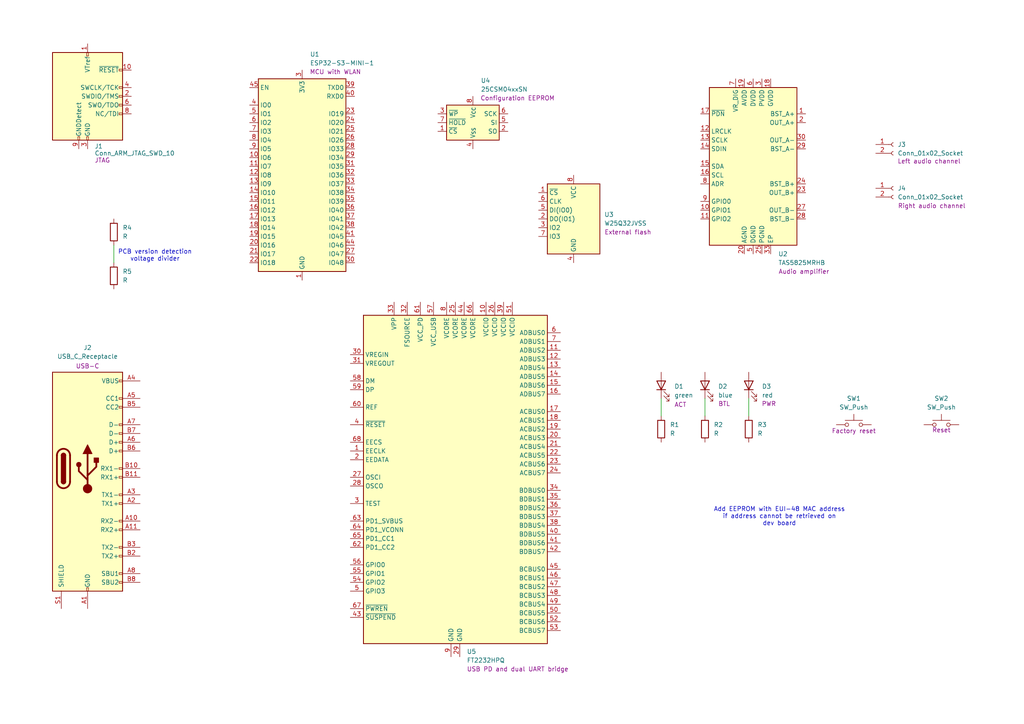
<source format=kicad_sch>
(kicad_sch (version 20231120) (generator "eeschema") (generator_version "8.0")
  (paper "A4")
  (title_block (title "soundbox"))
  (lib_symbols
    (symbol "Amplifier_Audio:TAS5825MRHB"
      (property "Reference" "U" (at -11.43 24.13 0))
      (property "Value" "TAS5825MRHB" (at 13.97 24.13 0))
      (symbol "TAS5825MRHB_0_1"
        (rectangle (start -12.7 22.86) (end 12.7 -22.86) (stroke (width 0.254)) (fill (type background)))
      )
      (symbol "TAS5825MRHB_1_1"
        (pin passive line (at 15.24 15.24 180) (length 2.54) (name "BST_A+") (number "1"))
        (pin bidirectional line (at -15.24 -12.7 0) (length 2.54) (name "GPIO1") (number "10"))
        (pin bidirectional line (at -15.24 -15.24 0) (length 2.54) (name "GPIO2") (number "11"))
        (pin input line (at -15.24 10.16 0) (length 2.54) (name "LRCLK") (number "12"))
        (pin input line (at -15.24 7.62 0) (length 2.54) (name "SCLK") (number "13"))
        (pin input line (at -15.24 5.08 0) (length 2.54) (name "SDIN") (number "14"))
        (pin bidirectional line (at -15.24 0 0) (length 2.54) (name "SDA") (number "15"))
        (pin input line (at -15.24 -2.54 0) (length 2.54) (name "SCL") (number "16"))
        (pin input line (at -15.24 15.24 0) (length 2.54) (name "~{PDN}") (number "17"))
        (pin passive line (at 5.08 25.4 270) (length 2.54) (name "GVDD") (number "18"))
        (pin passive line (at -2.54 25.4 270) (length 2.54) (name "AVDD") (number "19"))
        (pin output line (at 15.24 12.7 180) (length 2.54) (name "OUT_A+") (number "2"))
        (pin power_in line (at -2.54 -25.4 90) (length 2.54) (name "AGND") (number "20"))
        (pin passive line (at 2.54 25.4 270) (length 2.54) hide (name "PVDD") (number "21"))
        (pin passive line (at 2.54 25.4 270) (length 2.54) hide (name "PVDD") (number "22"))
        (pin output line (at 15.24 -7.62 180) (length 2.54) (name "OUT_B+") (number "23"))
        (pin passive line (at 15.24 -5.08 180) (length 2.54) (name "BST_B+") (number "24"))
        (pin power_in line (at 2.54 -25.4 90) (length 2.54) (name "PGND") (number "25"))
        (pin passive line (at 2.54 -25.4 90) (length 2.54) hide (name "PGND") (number "26"))
        (pin output line (at 15.24 -12.7 180) (length 2.54) (name "OUT_B-") (number "27"))
        (pin passive line (at 15.24 -15.24 180) (length 2.54) (name "BST_B-") (number "28"))
        (pin passive line (at 15.24 5.08 180) (length 2.54) (name "BST_A-") (number "29"))
        (pin power_in line (at 2.54 25.4 270) (length 2.54) (name "PVDD") (number "3"))
        (pin output line (at 15.24 7.62 180) (length 2.54) (name "OUT_A-") (number "30"))
        (pin passive line (at 2.54 -25.4 90) (length 2.54) hide (name "PGND") (number "31"))
        (pin passive line (at 2.54 -25.4 90) (length 2.54) hide (name "PGND") (number "32"))
        (pin passive line (at 5.08 -25.4 90) (length 2.54) (name "EP") (number "33"))
        (pin passive line (at 2.54 25.4 270) (length 2.54) hide (name "PVDD") (number "4"))
        (pin power_in line (at 0 -25.4 90) (length 2.54) (name "DGND") (number "5"))
        (pin power_in line (at 0 25.4 270) (length 2.54) (name "DVDD") (number "6"))
        (pin passive line (at -5.08 25.4 270) (length 2.54) (name "VR_DIG") (number "7"))
        (pin passive line (at -15.24 -5.08 0) (length 2.54) (name "ADR") (number "8"))
        (pin bidirectional line (at -15.24 -10.16 0) (length 2.54) (name "GPIO0") (number "9"))
      )
    )
    (symbol "Connector:Conn_01x02_Socket" (pin_names (offset 1.016) hide)
      (property "Reference" "J" (at 0 2.54 0))
      (property "Value" "Conn_01x02_Socket" (at 0 -5.08 0))
      (symbol "Conn_01x02_Socket_1_1"
        (arc (start 0 -2.032) (mid -0.5058 -2.54) (end 0 -3.048) (stroke (width 0.1524)))
        (polyline (pts (xy -1.27 -2.54) (xy -0.508 -2.54)) (stroke (width 0.1524)))
        (polyline (pts (xy -1.27 0) (xy -0.508 0)) (stroke (width 0.1524)))
        (arc (start 0 0.508) (mid -0.5058 0) (end 0 -0.508) (stroke (width 0.1524)))
        (pin passive line (at -5.08 0 0) (length 3.81) (name "Pin_1") (number "1"))
        (pin passive line (at -5.08 -2.54 0) (length 3.81) (name "Pin_2") (number "2"))
      )
    )
    (symbol "Connector:Conn_ARM_JTAG_SWD_10" (pin_names (offset 1.016))
      (property "Reference" "J" (at -2.54 16.51 0))
      (property "Value" "Conn_ARM_JTAG_SWD_10" (at -2.54 13.97 0))
      (symbol "Conn_ARM_JTAG_SWD_10_0_1"
        (rectangle (start -10.16 12.7) (end 10.16 -12.7) (stroke (width 0.254)) (fill (type background)))
        (rectangle (start -2.794 -12.7) (end -2.286 -11.684))
        (rectangle (start -0.254 -12.7) (end 0.254 -11.684))
        (rectangle (start -0.254 12.7) (end 0.254 11.684))
        (rectangle (start 9.144 2.286) (end 10.16 2.794))
        (rectangle (start 10.16 -2.794) (end 9.144 -2.286))
        (rectangle (start 10.16 -0.254) (end 9.144 0.254))
        (rectangle (start 10.16 7.874) (end 9.144 7.366))
      )
      (symbol "Conn_ARM_JTAG_SWD_10_1_1"
        (rectangle (start 9.144 -5.334) (end 10.16 -4.826))
        (pin power_in line (at 0 15.24 270) (length 2.54) (name "VTref") (number "1"))
        (pin open_collector line (at 12.7 7.62 180) (length 2.54) (name "~{RESET}") (number "10"))
        (pin bidirectional line (at 12.7 0 180) (length 2.54) (name "SWDIO/TMS") (number "2"))
        (pin power_in line (at 0 -15.24 90) (length 2.54) (name "GND") (number "3"))
        (pin output line (at 12.7 2.54 180) (length 2.54) (name "SWCLK/TCK") (number "4"))
        (pin passive line (at 0 -15.24 90) (length 2.54) hide (name "GND") (number "5"))
        (pin input line (at 12.7 -2.54 180) (length 2.54) (name "SWO/TDO") (number "6"))
        (pin no_connect line (at -10.16 0 0) (length 2.54) hide (name "KEY") (number "7"))
        (pin output line (at 12.7 -5.08 180) (length 2.54) (name "NC/TDI") (number "8"))
        (pin passive line (at -2.54 -15.24 90) (length 2.54) (name "GNDDetect") (number "9"))
      )
    )
    (symbol "Connector:USB_C_Receptacle" (pin_names (offset 1.016))
      (property "Reference" "J" (at -10.16 29.21 0))
      (property "Value" "USB_C_Receptacle" (at 10.16 29.21 0))
      (symbol "USB_C_Receptacle_0_0"
        (rectangle (start -0.254 -35.56) (end 0.254 -34.544))
        (rectangle (start 10.16 -32.766) (end 9.144 -33.274))
        (rectangle (start 10.16 -30.226) (end 9.144 -30.734))
        (rectangle (start 10.16 -25.146) (end 9.144 -25.654))
        (rectangle (start 10.16 -22.606) (end 9.144 -23.114))
        (rectangle (start 10.16 -17.526) (end 9.144 -18.034))
        (rectangle (start 10.16 -14.986) (end 9.144 -15.494))
        (rectangle (start 10.16 -9.906) (end 9.144 -10.414))
        (rectangle (start 10.16 -7.366) (end 9.144 -7.874))
        (rectangle (start 10.16 -2.286) (end 9.144 -2.794))
        (rectangle (start 10.16 0.254) (end 9.144 -0.254))
        (rectangle (start 10.16 5.334) (end 9.144 4.826))
        (rectangle (start 10.16 7.874) (end 9.144 7.366))
        (rectangle (start 10.16 10.414) (end 9.144 9.906))
        (rectangle (start 10.16 12.954) (end 9.144 12.446))
        (rectangle (start 10.16 18.034) (end 9.144 17.526))
        (rectangle (start 10.16 20.574) (end 9.144 20.066))
        (rectangle (start 10.16 25.654) (end 9.144 25.146))
      )
      (symbol "USB_C_Receptacle_0_1"
        (rectangle (start -10.16 27.94) (end 10.16 -35.56) (stroke (width 0.254)) (fill (type background)))
        (arc (start -8.89 -3.81) (mid -6.985 -5.7067) (end -5.08 -3.81) (stroke (width 0.508)))
        (arc (start -7.62 -3.81) (mid -6.985 -4.4423) (end -6.35 -3.81) (stroke (width 0.254)))
        (arc (start -7.62 -3.81) (mid -6.985 -4.4423) (end -6.35 -3.81) (stroke (width 0.254)) (fill (type outline)))
        (rectangle (start -7.62 -3.81) (end -6.35 3.81) (stroke (width 0.254)) (fill (type outline)))
        (arc (start -6.35 3.81) (mid -6.985 4.4423) (end -7.62 3.81) (stroke (width 0.254)))
        (arc (start -6.35 3.81) (mid -6.985 4.4423) (end -7.62 3.81) (stroke (width 0.254)) (fill (type outline)))
        (arc (start -5.08 3.81) (mid -6.985 5.7067) (end -8.89 3.81) (stroke (width 0.508)))
        (polyline (pts (xy -8.89 -3.81) (xy -8.89 3.81)) (stroke (width 0.508)))
        (polyline (pts (xy -5.08 3.81) (xy -5.08 -3.81)) (stroke (width 0.508)))
      )
      (symbol "USB_C_Receptacle_1_1"
        (circle (center -2.54 1.143) (radius 0.635) (stroke (width 0.254)) (fill (type outline)))
        (circle (center 0 -5.842) (radius 1.27) (fill (type outline)))
        (polyline (pts (xy 0 -5.842) (xy 0 4.318)) (stroke (width 0.508)))
        (polyline (pts (xy 0 -3.302) (xy -2.54 -0.762) (xy -2.54 0.508)) (stroke (width 0.508)))
        (polyline (pts (xy 0 -2.032) (xy 2.54 0.508) (xy 2.54 1.778)) (stroke (width 0.508)))
        (polyline (pts (xy -1.27 4.318) (xy 0 6.858) (xy 1.27 4.318) (xy -1.27 4.318)) (stroke (width 0.254)) (fill (type outline)))
        (rectangle (start 1.905 1.778) (end 3.175 3.048) (stroke (width 0.254)) (fill (type outline)))
        (pin passive line (at 0 -40.64 90) (length 5.08) (name "GND") (number "A1"))
        (pin bidirectional line (at 15.24 -15.24 180) (length 5.08) (name "RX2-") (number "A10"))
        (pin bidirectional line (at 15.24 -17.78 180) (length 5.08) (name "RX2+") (number "A11"))
        (pin passive line (at 0 -40.64 90) (length 5.08) hide (name "GND") (number "A12"))
        (pin bidirectional line (at 15.24 -10.16 180) (length 5.08) (name "TX1+") (number "A2"))
        (pin bidirectional line (at 15.24 -7.62 180) (length 5.08) (name "TX1-") (number "A3"))
        (pin passive line (at 15.24 25.4 180) (length 5.08) (name "VBUS") (number "A4"))
        (pin bidirectional line (at 15.24 20.32 180) (length 5.08) (name "CC1") (number "A5"))
        (pin bidirectional line (at 15.24 7.62 180) (length 5.08) (name "D+") (number "A6"))
        (pin bidirectional line (at 15.24 12.7 180) (length 5.08) (name "D-") (number "A7"))
        (pin bidirectional line (at 15.24 -30.48 180) (length 5.08) (name "SBU1") (number "A8"))
        (pin passive line (at 15.24 25.4 180) (length 5.08) hide (name "VBUS") (number "A9"))
        (pin passive line (at 0 -40.64 90) (length 5.08) hide (name "GND") (number "B1"))
        (pin bidirectional line (at 15.24 0 180) (length 5.08) (name "RX1-") (number "B10"))
        (pin bidirectional line (at 15.24 -2.54 180) (length 5.08) (name "RX1+") (number "B11"))
        (pin passive line (at 0 -40.64 90) (length 5.08) hide (name "GND") (number "B12"))
        (pin bidirectional line (at 15.24 -25.4 180) (length 5.08) (name "TX2+") (number "B2"))
        (pin bidirectional line (at 15.24 -22.86 180) (length 5.08) (name "TX2-") (number "B3"))
        (pin passive line (at 15.24 25.4 180) (length 5.08) hide (name "VBUS") (number "B4"))
        (pin bidirectional line (at 15.24 17.78 180) (length 5.08) (name "CC2") (number "B5"))
        (pin bidirectional line (at 15.24 5.08 180) (length 5.08) (name "D+") (number "B6"))
        (pin bidirectional line (at 15.24 10.16 180) (length 5.08) (name "D-") (number "B7"))
        (pin bidirectional line (at 15.24 -33.02 180) (length 5.08) (name "SBU2") (number "B8"))
        (pin passive line (at 15.24 25.4 180) (length 5.08) hide (name "VBUS") (number "B9"))
        (pin passive line (at -7.62 -40.64 90) (length 5.08) (name "SHIELD") (number "S1"))
      )
    )
    (symbol "Device:LED" (pin_numbers hide) (pin_names (offset 1.016) hide)
      (property "Reference" "D" (at 0 2.54 0))
      (property "Value" "LED" (at 0 -2.54 0))
      (symbol "LED_0_1"
        (polyline (pts (xy -1.27 -1.27) (xy -1.27 1.27)) (stroke (width 0.254)))
        (polyline (pts (xy -1.27 0) (xy 1.27 0)))
        (polyline (pts (xy 1.27 -1.27) (xy 1.27 1.27) (xy -1.27 0) (xy 1.27 -1.27)) (stroke (width 0.254)))
        (polyline (pts (xy -3.048 -0.762) (xy -4.572 -2.286) (xy -3.81 -2.286) (xy -4.572 -2.286) (xy -4.572 -1.524)))
        (polyline (pts (xy -1.778 -0.762) (xy -3.302 -2.286) (xy -2.54 -2.286) (xy -3.302 -2.286) (xy -3.302 -1.524)))
      )
      (symbol "LED_1_1"
        (pin passive line (at -3.81 0 0) (length 2.54) (name "K") (number "1"))
        (pin passive line (at 3.81 0 180) (length 2.54) (name "A") (number "2"))
      )
    )
    (symbol "Device:R" (pin_numbers hide) (pin_names (offset 0))
      (property "Reference" "R" (at 2.032 0 90))
      (property "Value" "R" (at 0 0 90))
      (symbol "R_0_1"
        (rectangle (start -1.016 -2.54) (end 1.016 2.54) (stroke (width 0.254)))
      )
      (symbol "R_1_1"
        (pin passive line (at 0 3.81 270) (length 1.27) (name "~") (number "1"))
        (pin passive line (at 0 -3.81 90) (length 1.27) (name "~") (number "2"))
      )
    )
    (symbol "Memory_EEPROM:25CSM04xxSN"
      (property "Reference" "U3" (at 1.9559 8.89 0))
      (property "Value" "25CSM04xxSN" (at 1.9559 6.35 0))
      (symbol "25CSM04xxSN_1_1"
        (rectangle (start -7.62 5.08) (end 7.62 -5.08) (stroke (width 0.254)) (fill (type background)))
        (pin input line (at -10.16 -2.54 0) (length 2.54) (name "~{CS}") (number "1"))
        (pin tri_state line (at 10.16 -2.54 180) (length 2.54) (name "SO") (number "2"))
        (pin input line (at -10.16 2.54 0) (length 2.54) (name "~{WP}") (number "3"))
        (pin power_in line (at 0 -7.62 90) (length 2.54) (name "V_{SS}") (number "4"))
        (pin input line (at 10.16 0 180) (length 2.54) (name "SI") (number "5"))
        (pin input line (at 10.16 2.54 180) (length 2.54) (name "SCK") (number "6"))
        (pin input line (at -10.16 0 0) (length 2.54) (name "~{HOLD}") (number "7"))
        (pin power_in line (at 0 7.62 270) (length 2.54) (name "V_{CC}") (number "8"))
      )
    )
    (symbol "Memory_Flash:W25Q32JVSS"
      (property "Reference" "U" (at -6.35 11.43 0))
      (property "Value" "W25Q32JVSS" (at 7.62 11.43 0))
      (symbol "W25Q32JVSS_0_1"
        (rectangle (start -7.62 10.16) (end 7.62 -10.16) (stroke (width 0.254)) (fill (type background)))
      )
      (symbol "W25Q32JVSS_1_1"
        (pin input line (at -10.16 7.62 0) (length 2.54) (name "~{CS}") (number "1"))
        (pin bidirectional line (at -10.16 0 0) (length 2.54) (name "DO(IO1)") (number "2"))
        (pin bidirectional line (at -10.16 -2.54 0) (length 2.54) (name "IO2") (number "3"))
        (pin power_in line (at 0 -12.7 90) (length 2.54) (name "GND") (number "4"))
        (pin bidirectional line (at -10.16 2.54 0) (length 2.54) (name "DI(IO0)") (number "5"))
        (pin input line (at -10.16 5.08 0) (length 2.54) (name "CLK") (number "6"))
        (pin bidirectional line (at -10.16 -5.08 0) (length 2.54) (name "IO3") (number "7"))
        (pin power_in line (at 0 12.7 270) (length 2.54) (name "VCC") (number "8"))
      )
    )
    (symbol "RF_Module:ESP32-S3-MINI-1"
      (property "Reference" "U" (at -11.43 29.21 0))
      (property "Value" "ESP32-S3-MINI-1" (at 12.7 29.21 0))
      (symbol "ESP32-S3-MINI-1_0_1"
        (rectangle (start -12.7 27.94) (end 12.7 -27.94) (stroke (width 0.254)) (fill (type background)))
      )
      (symbol "ESP32-S3-MINI-1_1_1"
        (pin power_in line (at 0 -30.48 90) (length 2.54) (name "GND") (number "1"))
        (pin bidirectional line (at -15.24 5.08 0) (length 2.54) (name "IO6") (number "10"))
        (pin bidirectional line (at -15.24 2.54 0) (length 2.54) (name "IO7") (number "11"))
        (pin bidirectional line (at -15.24 0 0) (length 2.54) (name "IO8") (number "12"))
        (pin bidirectional line (at -15.24 -2.54 0) (length 2.54) (name "IO9") (number "13"))
        (pin bidirectional line (at -15.24 -5.08 0) (length 2.54) (name "IO10") (number "14"))
        (pin bidirectional line (at -15.24 -7.62 0) (length 2.54) (name "IO11") (number "15"))
        (pin bidirectional line (at -15.24 -10.16 0) (length 2.54) (name "IO12") (number "16"))
        (pin bidirectional line (at -15.24 -12.7 0) (length 2.54) (name "IO13") (number "17"))
        (pin bidirectional line (at -15.24 -15.24 0) (length 2.54) (name "IO14") (number "18"))
        (pin bidirectional line (at -15.24 -17.78 0) (length 2.54) (name "IO15") (number "19"))
        (pin passive line (at 0 -30.48 90) (length 2.54) hide (name "GND") (number "2"))
        (pin bidirectional line (at -15.24 -20.32 0) (length 2.54) (name "IO16") (number "20"))
        (pin bidirectional line (at -15.24 -22.86 0) (length 2.54) (name "IO17") (number "21"))
        (pin bidirectional line (at -15.24 -25.4 0) (length 2.54) (name "IO18") (number "22"))
        (pin bidirectional line (at 15.24 17.78 180) (length 2.54) (name "IO19") (number "23"))
        (pin bidirectional line (at 15.24 15.24 180) (length 2.54) (name "IO20") (number "24"))
        (pin bidirectional line (at 15.24 12.7 180) (length 2.54) (name "IO21") (number "25"))
        (pin bidirectional line (at 15.24 10.16 180) (length 2.54) (name "IO26") (number "26"))
        (pin bidirectional line (at 15.24 -22.86 180) (length 2.54) (name "IO47") (number "27"))
        (pin bidirectional line (at 15.24 7.62 180) (length 2.54) (name "IO33") (number "28"))
        (pin bidirectional line (at 15.24 5.08 180) (length 2.54) (name "IO34") (number "29"))
        (pin power_in line (at 0 30.48 270) (length 2.54) (name "3V3") (number "3"))
        (pin bidirectional line (at 15.24 -25.4 180) (length 2.54) (name "IO48") (number "30"))
        (pin bidirectional line (at 15.24 2.54 180) (length 2.54) (name "IO35") (number "31"))
        (pin bidirectional line (at 15.24 0 180) (length 2.54) (name "IO36") (number "32"))
        (pin bidirectional line (at 15.24 -2.54 180) (length 2.54) (name "IO37") (number "33"))
        (pin bidirectional line (at 15.24 -5.08 180) (length 2.54) (name "IO38") (number "34"))
        (pin bidirectional line (at 15.24 -7.62 180) (length 2.54) (name "IO39") (number "35"))
        (pin bidirectional line (at 15.24 -10.16 180) (length 2.54) (name "IO40") (number "36"))
        (pin bidirectional line (at 15.24 -12.7 180) (length 2.54) (name "IO41") (number "37"))
        (pin bidirectional line (at 15.24 -15.24 180) (length 2.54) (name "IO42") (number "38"))
        (pin bidirectional line (at 15.24 25.4 180) (length 2.54) (name "TXD0") (number "39"))
        (pin bidirectional line (at -15.24 20.32 0) (length 2.54) (name "IO0") (number "4"))
        (pin bidirectional line (at 15.24 22.86 180) (length 2.54) (name "RXD0") (number "40"))
        (pin bidirectional line (at 15.24 -17.78 180) (length 2.54) (name "IO45") (number "41"))
        (pin passive line (at 0 -30.48 90) (length 2.54) hide (name "GND") (number "42"))
        (pin passive line (at 0 -30.48 90) (length 2.54) hide (name "GND") (number "43"))
        (pin bidirectional line (at 15.24 -20.32 180) (length 2.54) (name "IO46") (number "44"))
        (pin input line (at -15.24 25.4 0) (length 2.54) (name "EN") (number "45"))
        (pin passive line (at 0 -30.48 90) (length 2.54) hide (name "GND") (number "46"))
        (pin passive line (at 0 -30.48 90) (length 2.54) hide (name "GND") (number "47"))
        (pin passive line (at 0 -30.48 90) (length 2.54) hide (name "GND") (number "48"))
        (pin passive line (at 0 -30.48 90) (length 2.54) hide (name "GND") (number "49"))
        (pin bidirectional line (at -15.24 17.78 0) (length 2.54) (name "IO1") (number "5"))
        (pin passive line (at 0 -30.48 90) (length 2.54) hide (name "GND") (number "50"))
        (pin passive line (at 0 -30.48 90) (length 2.54) hide (name "GND") (number "51"))
        (pin passive line (at 0 -30.48 90) (length 2.54) hide (name "GND") (number "52"))
        (pin passive line (at 0 -30.48 90) (length 2.54) hide (name "GND") (number "53"))
        (pin passive line (at 0 -30.48 90) (length 2.54) hide (name "GND") (number "54"))
        (pin passive line (at 0 -30.48 90) (length 2.54) hide (name "GND") (number "55"))
        (pin passive line (at 0 -30.48 90) (length 2.54) hide (name "GND") (number "56"))
        (pin passive line (at 0 -30.48 90) (length 2.54) hide (name "GND") (number "57"))
        (pin passive line (at 0 -30.48 90) (length 2.54) hide (name "GND") (number "58"))
        (pin passive line (at 0 -30.48 90) (length 2.54) hide (name "GND") (number "59"))
        (pin bidirectional line (at -15.24 15.24 0) (length 2.54) (name "IO2") (number "6"))
        (pin passive line (at 0 -30.48 90) (length 2.54) hide (name "GND") (number "60"))
        (pin passive line (at 0 -30.48 90) (length 2.54) hide (name "GND") (number "61"))
        (pin passive line (at 0 -30.48 90) (length 2.54) hide (name "GND") (number "62"))
        (pin passive line (at 0 -30.48 90) (length 2.54) hide (name "GND") (number "63"))
        (pin passive line (at 0 -30.48 90) (length 2.54) hide (name "GND") (number "64"))
        (pin passive line (at 0 -30.48 90) (length 2.54) hide (name "GND") (number "65"))
        (pin bidirectional line (at -15.24 12.7 0) (length 2.54) (name "IO3") (number "7"))
        (pin bidirectional line (at -15.24 10.16 0) (length 2.54) (name "IO4") (number "8"))
        (pin bidirectional line (at -15.24 7.62 0) (length 2.54) (name "IO5") (number "9"))
      )
    )
    (symbol "Switch:SW_Push" (pin_numbers hide) (pin_names (offset 1.016) hide)
      (property "Reference" "SW" (at 1.27 2.54 0))
      (property "Value" "SW_Push" (at 0 -1.524 0))
      (symbol "SW_Push_0_1"
        (circle (center -2.032 0) (radius 0.508))
        (polyline (pts (xy 0 1.27) (xy 0 3.048)))
        (polyline (pts (xy 2.54 1.27) (xy -2.54 1.27)))
        (circle (center 2.032 0) (radius 0.508))
        (pin passive line (at -5.08 0 0) (length 2.54) (name "1") (number "1"))
        (pin passive line (at 5.08 0 180) (length 2.54) (name "2") (number "2"))
      )
    )
    (symbol "xengineering:FT2232HPQ"
      (property "Reference" "U" (at 20.828 52.07 0))
      (property "Value" "FT2232HPQ" (at 25.654 49.53 0))
      (symbol "FT2232HPQ_0_1"
        (rectangle (start -26.67 46.99) (end 26.67 -48.26) (stroke (width 0.254)) (fill (type background)))
      )
      (symbol "FT2232HPQ_1_1"
        (pin output line (at -30.48 7.62 0) (length 3.81) (name "EECLK") (number "1"))
        (pin input line (at 8.89 50.8 270) (length 3.81) (name "VCCIO") (number "10"))
        (pin bidirectional line (at 30.48 36.83 180) (length 3.81) (name "ADBUS2") (number "11"))
        (pin bidirectional line (at 30.48 34.29 180) (length 3.81) (name "ADBUS3") (number "12"))
        (pin bidirectional line (at 30.48 31.75 180) (length 3.81) (name "ADBUS4") (number "13"))
        (pin bidirectional line (at 30.48 29.21 180) (length 3.81) (name "ADBUS5") (number "14"))
        (pin bidirectional line (at 30.48 26.67 180) (length 3.81) (name "ADBUS6") (number "15"))
        (pin bidirectional line (at 30.48 24.13 180) (length 3.81) (name "ADBUS7") (number "16"))
        (pin bidirectional line (at 30.48 19.05 180) (length 3.81) (name "ACBUS0") (number "17"))
        (pin bidirectional line (at 30.48 16.51 180) (length 3.81) (name "ACBUS1") (number "18"))
        (pin bidirectional line (at 30.48 13.97 180) (length 3.81) (name "ACBUS2") (number "19"))
        (pin bidirectional line (at -30.48 5.08 0) (length 3.81) (name "EEDATA") (number "2"))
        (pin bidirectional line (at 30.48 11.43 180) (length 3.81) (name "ACBUS3") (number "20"))
        (pin bidirectional line (at 30.48 8.89 180) (length 3.81) (name "ACBUS4") (number "21"))
        (pin bidirectional line (at 30.48 6.35 180) (length 3.81) (name "ACBUS5") (number "22"))
        (pin bidirectional line (at 30.48 3.81 180) (length 3.81) (name "ACBUS6") (number "23"))
        (pin bidirectional line (at 30.48 1.27 180) (length 3.81) (name "ACBUS7") (number "24"))
        (pin input line (at 0 50.8 270) (length 3.81) (name "VCORE") (number "25"))
        (pin input line (at 11.43 50.8 270) (length 3.81) (name "VCCIO") (number "26"))
        (pin input line (at -30.48 0 0) (length 3.81) (name "OSCI") (number "27"))
        (pin output line (at -30.48 -2.54 0) (length 3.81) (name "OSCO") (number "28"))
        (pin input line (at 1.27 -52.07 90) (length 3.81) (name "GND") (number "29"))
        (pin input line (at -30.48 -7.62 0) (length 3.81) (name "TEST") (number "3"))
        (pin input line (at -30.48 35.56 0) (length 3.81) (name "VREGIN") (number "30"))
        (pin output line (at -30.48 33.02 0) (length 3.81) (name "VREGOUT") (number "31"))
        (pin input line (at -13.97 50.8 270) (length 3.81) (name "FSOURCE") (number "32"))
        (pin input line (at -17.78 50.8 270) (length 3.81) (name "VPP") (number "33"))
        (pin bidirectional line (at 30.48 -3.81 180) (length 3.81) (name "BDBUS0") (number "34"))
        (pin bidirectional line (at 30.48 -6.35 180) (length 3.81) (name "BDBUS1") (number "35"))
        (pin bidirectional line (at 30.48 -8.89 180) (length 3.81) (name "BDBUS2") (number "36"))
        (pin bidirectional line (at 30.48 -11.43 180) (length 3.81) (name "BDBUS3") (number "37"))
        (pin bidirectional line (at 30.48 -13.97 180) (length 3.81) (name "BDBUS4") (number "38"))
        (pin input line (at 13.97 50.8 270) (length 3.81) (name "VCCIO") (number "39"))
        (pin input line (at -30.48 15.24 0) (length 3.81) (name "~{RESET}") (number "4"))
        (pin bidirectional line (at 30.48 -16.51 180) (length 3.81) (name "BDBUS5") (number "40"))
        (pin bidirectional line (at 30.48 -19.05 180) (length 3.81) (name "BDBUS6") (number "41"))
        (pin bidirectional line (at 30.48 -21.59 180) (length 3.81) (name "BDBUS7") (number "42"))
        (pin output line (at -30.48 -40.64 0) (length 3.81) (name "~{SUSPEND}") (number "43"))
        (pin input line (at 2.54 50.8 270) (length 3.81) (name "VCORE") (number "44"))
        (pin bidirectional line (at 30.48 -26.67 180) (length 3.81) (name "BCBUS0") (number "45"))
        (pin bidirectional line (at 30.48 -29.21 180) (length 3.81) (name "BCBUS1") (number "46"))
        (pin bidirectional line (at 30.48 -31.75 180) (length 3.81) (name "BCBUS2") (number "47"))
        (pin bidirectional line (at 30.48 -34.29 180) (length 3.81) (name "BCBUS3") (number "48"))
        (pin bidirectional line (at 30.48 -36.83 180) (length 3.81) (name "BCBUS4") (number "49"))
        (pin bidirectional line (at -30.48 -33.02 0) (length 3.81) (name "GPIO3") (number "5"))
        (pin bidirectional line (at 30.48 -39.37 180) (length 3.81) (name "BCBUS5") (number "50"))
        (pin input line (at 16.51 50.8 270) (length 3.81) (name "VCCIO") (number "51"))
        (pin bidirectional line (at 30.48 -41.91 180) (length 3.81) (name "BCBUS6") (number "52"))
        (pin bidirectional line (at 30.48 -44.45 180) (length 3.81) (name "BCBUS7") (number "53"))
        (pin bidirectional line (at -30.48 -30.48 0) (length 3.81) (name "GPIO2") (number "54"))
        (pin bidirectional line (at -30.48 -27.94 0) (length 3.81) (name "GPIO1") (number "55"))
        (pin bidirectional line (at -30.48 -25.4 0) (length 3.81) (name "GPIO0") (number "56"))
        (pin input line (at -6.35 50.8 270) (length 3.81) (name "VCC_USB") (number "57"))
        (pin bidirectional line (at -30.48 27.94 0) (length 3.81) (name "DM") (number "58"))
        (pin bidirectional line (at -30.48 25.4 0) (length 3.81) (name "DP") (number "59"))
        (pin bidirectional line (at 30.48 41.91 180) (length 3.81) (name "ADBUS0") (number "6"))
        (pin input line (at -30.48 20.32 0) (length 3.81) (name "REF") (number "60"))
        (pin input line (at -10.16 50.8 270) (length 3.81) (name "VCC_PD") (number "61"))
        (pin bidirectional line (at -30.48 -20.32 0) (length 3.81) (name "PD1_CC2") (number "62"))
        (pin input line (at -30.48 -12.7 0) (length 3.81) (name "PD1_SVBUS") (number "63"))
        (pin input line (at -30.48 -15.24 0) (length 3.81) (name "PD1_VCONN") (number "64"))
        (pin bidirectional line (at -30.48 -17.78 0) (length 3.81) (name "PD1_CC1") (number "65"))
        (pin input line (at 5.08 50.8 270) (length 3.81) (name "VCORE") (number "66"))
        (pin output line (at -30.48 -38.1 0) (length 3.81) (name "~{PWREN}") (number "67"))
        (pin bidirectional line (at -30.48 10.16 0) (length 3.81) (name "EECS") (number "68"))
        (pin bidirectional line (at 30.48 39.37 180) (length 3.81) (name "ADBUS1") (number "7"))
        (pin input line (at -2.54 50.8 270) (length 3.81) (name "VCORE") (number "8"))
        (pin input line (at -1.27 -52.07 90) (length 3.81) (name "GND") (number "9"))
      )
    )
  )
  (wire (pts (xy 191.77 115.57) (xy 191.77 120.65)))
  (wire (pts (xy 33.02 71.12) (xy 33.02 76.2)))
  (wire (pts (xy 204.47 115.57) (xy 204.47 120.65)))
  (wire (pts (xy 217.17 115.57) (xy 217.17 120.65)))
  (text "Add EEPROM with EUI-48 MAC address\nif address cannot be retrieved on\ndev board" (at 226.06 149.86 0) (effects (font (size 1.27 1.27))))
  (text "PCB version detection\nvoltage divider" (at 44.958 74.168 0) (effects (font (size 1.27 1.27))))
  (symbol (lib_id "RF_Module:ESP32-S3-MINI-1") (at 87.63 50.8 0) (unit 1)
    (property "Reference" "U1" (at 89.916 15.748 0) (effects (justify left)))
    (property "Value" "ESP32-S3-MINI-1" (at 89.916 18.288 0) (effects (justify left)))
    (property "Footprint" "RF_Module:ESP32-S2-MINI-1" (effects (hide yes)))
    (property "Datasheet" "https://www.espressif.com/sites/default/files/documentation/esp32-s3-mini-1_mini-1u_datasheet_en.pdf" (effects (hide yes)))
    (property "Description" "MCU with WLAN" (at 97.282 20.828 0))
    (property "MPN" "ESP32-S3-MINI-1-N8" (effects (hide yes)))
    (property "Manufacturer" "Espressif Systems" (effects (hide yes)))
  )
  (symbol (lib_id "Memory_Flash:W25Q32JVSS") (at 166.37 63.5 0) (unit 1)
    (property "Reference" "U3" (at 175.26 62.2299 0) (effects (justify left)))
    (property "Value" "W25Q32JVSS" (at 175.26 64.7699 0) (effects (justify left)))
    (property "Footprint" "Package_SO:SOIC-8_5.23x5.23mm_P1.27mm" (effects (hide yes)))
    (property "Datasheet" "http://www.winbond.com/resource-files/w25q32jv%20revg%2003272018%20plus.pdf" (effects (hide yes)))
    (property "Description" "External flash" (at 182.118 67.31 0))
  )
  (symbol (lib_id "Connector:Conn_ARM_JTAG_SWD_10") (at 25.4 27.94 0) (unit 1)
    (property "Reference" "J1" (at 27.432 42.418 0) (effects (justify left)))
    (property "Value" "Conn_ARM_JTAG_SWD_10" (at 27.432 44.45 0) (effects (justify left)))
    (property "Datasheet" "http://infocenter.arm.com/help/topic/com.arm.doc.ddi0314h/DDI0314H_coresight_components_trm.pdf" (effects (hide yes)))
    (property "Description" "JTAG" (at 27.432 46.482 0) (effects (justify left)))
  )
  (symbol (lib_id "Switch:SW_Push") (at 273.05 123.19 0) (unit 1)
    (property "Reference" "SW2" (at 273.05 115.57 0))
    (property "Value" "SW_Push" (at 273.05 118.11 0))
    (property "Footprint" "Button_Switch_SMD:SW_SPST_TL3305A" (effects (hide yes)))
    (property "Description" "Reset" (at 273.05 124.714 0))
  )
  (symbol (lib_id "Connector:Conn_01x02_Socket") (at 259.08 54.61 0) (unit 1)
    (property "Reference" "J4" (at 260.35 54.6099 0) (effects (justify left)))
    (property "Value" "Conn_01x02_Socket" (at 260.35 57.1499 0) (effects (justify left)))
    (property "Description" "Right audio channel" (at 270.256 59.69 0))
  )
  (symbol (lib_id "Connector:Conn_01x02_Socket") (at 259.08 41.91 0) (unit 1)
    (property "Reference" "J3" (at 260.35 41.9099 0) (effects (justify left)))
    (property "Value" "Conn_01x02_Socket" (at 260.35 44.4499 0) (effects (justify left)))
    (property "Description" "Left audio channel" (at 269.494 46.736 0))
  )
  (symbol (lib_id "Device:R") (at 217.17 124.46 0) (unit 1)
    (property "Reference" "R3" (at 219.71 123.1899 0) (effects (justify left)))
    (property "Value" "R" (at 219.71 125.7299 0) (effects (justify left)))
    (property "Description" "Resistor" (effects (hide yes)))
  )
  (symbol (lib_id "Connector:USB_C_Receptacle") (at 25.4 135.89 0) (unit 1)
    (property "Reference" "J2" (at 25.4 100.838 0))
    (property "Value" "USB_C_Receptacle" (at 25.4 103.378 0))
    (property "Datasheet" "https://cdn.amphenol-cs.com/media/wysiwyg/files/documentation/datasheet/inputoutput/io_usb_3_2_type_c.pdf" (effects (hide yes)))
    (property "Description" "USB-C" (at 25.4 106.172 0))
    (property "MPN" "12401610E4#2A" (effects (hide yes)))
    (property "Manufacturer" "Amphenol ICC" (effects (hide yes)))
  )
  (symbol (lib_id "Switch:SW_Push") (at 247.65 123.19 0) (unit 1)
    (property "Reference" "SW1" (at 247.65 115.57 0))
    (property "Value" "SW_Push" (at 247.65 118.11 0))
    (property "Footprint" "Button_Switch_SMD:SW_SPST_TL3305A" (effects (hide yes)))
    (property "Description" "Factory reset" (at 247.65 124.968 0))
  )
  (symbol (lib_id "Memory_EEPROM:25CSM04xxSN") (at 137.16 35.56 0) (unit 1)
    (property "Reference" "U4" (at 139.446 23.368 0) (effects (justify left)))
    (property "Value" "25CSM04xxSN" (at 139.446 25.908 0) (effects (justify left)))
    (property "Footprint" "Package_SO:SOIC-8_3.9x4.9mm_P1.27mm" (effects (hide yes)))
    (property "Datasheet" "https://ww1.microchip.com/downloads/aemDocuments/documents/MPD/ProductDocuments/DataSheets/25CSM04-4-Mbit-SPI-Serial-EEPROM-With-128-Bit-Serial-Number-and-Enhanced-Write-Protection-20005817C.pdf" (effects (hide yes)))
    (property "Description" "Configuration EEPROM" (at 150.114 28.448 0))
  )
  (symbol (lib_id "Device:R") (at 204.47 124.46 0) (unit 1)
    (property "Reference" "R2" (at 207.01 123.1899 0) (effects (justify left)))
    (property "Value" "R" (at 207.01 125.7299 0) (effects (justify left)))
    (property "Description" "Resistor" (effects (hide yes)))
  )
  (symbol (lib_id "Amplifier_Audio:TAS5825MRHB") (at 218.44 48.26 0) (unit 1)
    (property "Reference" "U2" (at 225.7141 73.66 0) (effects (justify left)))
    (property "Value" "TAS5825MRHB" (at 225.7141 76.2 0) (effects (justify left)))
    (property "Footprint" "Package_DFN_QFN:VQFN-32-1EP_5x5mm_P0.5mm_EP3.1x3.1mm" (effects (hide yes)))
    (property "Datasheet" "www.ti.com/lit/ds/symlink/tas5825m.pdf" (effects (hide yes)))
    (property "Description" "Audio amplifier" (at 233.172 78.74 0))
  )
  (symbol (lib_id "xengineering:FT2232HPQ") (at 132.08 138.43 0) (unit 1)
    (property "Reference" "U5" (at 135.382 188.976 0) (effects (justify left)))
    (property "Value" "FT2232HPQ" (at 135.382 191.516 0) (effects (justify left)))
    (property "Datasheet" "https://ftdichip.com/wp-content/uploads/2024/09/DS_FT2233HP.pdf" (effects (hide yes)))
    (property "Description" "USB PD and dual UART bridge" (at 135.382 194.056 0) (effects (justify left)))
  )
  (symbol (lib_id "Device:R") (at 33.02 80.01 0) (unit 1)
    (property "Reference" "R5" (at 35.56 78.7399 0) (effects (justify left)))
    (property "Value" "R" (at 35.56 81.2799 0) (effects (justify left)))
    (property "Description" "Resistor" (effects (hide yes)))
  )
  (symbol (lib_id "Device:LED") (at 191.77 111.76 90) (unit 1)
    (property "Reference" "D1" (at 195.58 112.0774 90) (effects (justify right)))
    (property "Value" "green" (at 195.58 114.6174 90) (effects (justify right)))
    (property "Description" "ACT" (at 197.358 117.348 90))
  )
  (symbol (lib_id "Device:R") (at 33.02 67.31 0) (unit 1)
    (property "Reference" "R4" (at 35.56 66.0399 0) (effects (justify left)))
    (property "Value" "R" (at 35.56 68.5799 0) (effects (justify left)))
    (property "Description" "Resistor" (effects (hide yes)))
  )
  (symbol (lib_id "Device:R") (at 191.77 124.46 0) (unit 1)
    (property "Reference" "R1" (at 194.31 123.1899 0) (effects (justify left)))
    (property "Value" "R" (at 194.31 125.7299 0) (effects (justify left)))
    (property "Description" "Resistor" (effects (hide yes)))
  )
  (symbol (lib_id "Device:LED") (at 217.17 111.76 90) (unit 1)
    (property "Reference" "D3" (at 220.98 112.0774 90) (effects (justify right)))
    (property "Value" "red" (at 220.98 114.6174 90) (effects (justify right)))
    (property "Description" "PWR" (at 223.012 117.094 90))
  )
  (symbol (lib_id "Device:LED") (at 204.47 111.76 90) (unit 1)
    (property "Reference" "D2" (at 208.28 112.0774 90) (effects (justify right)))
    (property "Value" "blue" (at 208.28 114.6174 90) (effects (justify right)))
    (property "Description" "BTL" (at 210.058 117.094 90))
  )
)
</source>
